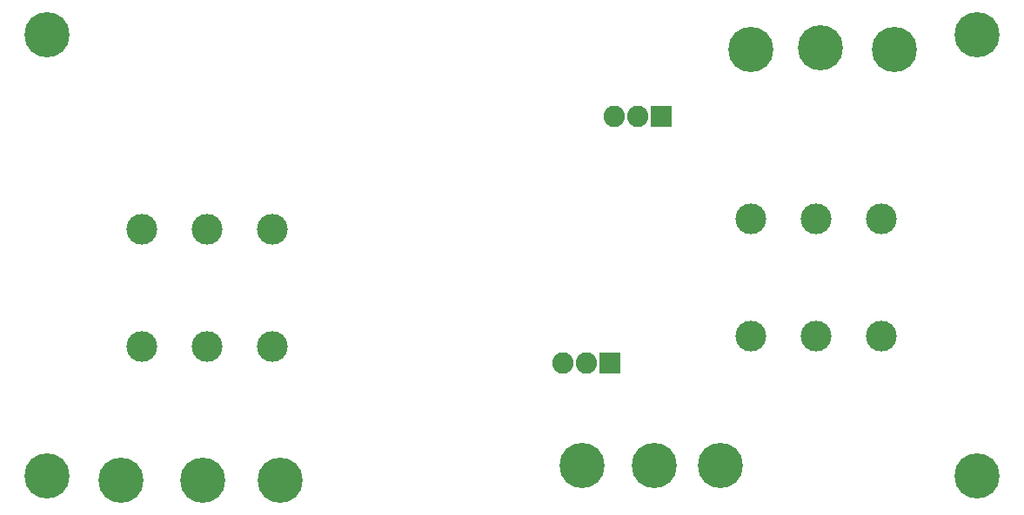
<source format=gbs>
%TF.GenerationSoftware,KiCad,Pcbnew,9.0.1*%
%TF.CreationDate,2025-05-12T16:26:17+02:00*%
%TF.ProjectId,Verst_rker,56657273-74e4-4726-9b65-722e6b696361,1*%
%TF.SameCoordinates,Original*%
%TF.FileFunction,Soldermask,Bot*%
%TF.FilePolarity,Negative*%
%FSLAX46Y46*%
G04 Gerber Fmt 4.6, Leading zero omitted, Abs format (unit mm)*
G04 Created by KiCad (PCBNEW 9.0.1) date 2025-05-12 16:26:17*
%MOMM*%
%LPD*%
G01*
G04 APERTURE LIST*
G04 Aperture macros list*
%AMRoundRect*
0 Rectangle with rounded corners*
0 $1 Rounding radius*
0 $2 $3 $4 $5 $6 $7 $8 $9 X,Y pos of 4 corners*
0 Add a 4 corners polygon primitive as box body*
4,1,4,$2,$3,$4,$5,$6,$7,$8,$9,$2,$3,0*
0 Add four circle primitives for the rounded corners*
1,1,$1+$1,$2,$3*
1,1,$1+$1,$4,$5*
1,1,$1+$1,$6,$7*
1,1,$1+$1,$8,$9*
0 Add four rect primitives between the rounded corners*
20,1,$1+$1,$2,$3,$4,$5,0*
20,1,$1+$1,$4,$5,$6,$7,0*
20,1,$1+$1,$6,$7,$8,$9,0*
20,1,$1+$1,$8,$9,$2,$3,0*%
G04 Aperture macros list end*
%ADD10RoundRect,0.102000X0.937500X0.937500X-0.937500X0.937500X-0.937500X-0.937500X0.937500X-0.937500X0*%
%ADD11C,2.079000*%
%ADD12C,3.000000*%
%ADD13C,2.600000*%
%ADD14C,4.400000*%
G04 APERTURE END LIST*
D10*
X101290000Y-72000000D03*
D11*
X99000000Y-72000000D03*
X96710000Y-72000000D03*
D12*
X116350000Y-82000000D03*
X116350000Y-93430000D03*
X122700000Y-82000000D03*
X122700000Y-93430000D03*
X110000000Y-82000000D03*
X110000000Y-93430000D03*
D13*
X56675000Y-107448929D03*
D14*
X56675000Y-107448929D03*
D13*
X124000000Y-65500000D03*
D14*
X124000000Y-65500000D03*
D12*
X57100000Y-94430000D03*
X57100000Y-83000000D03*
X50750000Y-94430000D03*
X50750000Y-83000000D03*
X63450000Y-94430000D03*
X63450000Y-83000000D03*
D13*
X116775000Y-65275000D03*
D14*
X116775000Y-65275000D03*
D13*
X100580000Y-106000000D03*
D14*
X100580000Y-106000000D03*
D10*
X96290000Y-95995000D03*
D11*
X94000000Y-95995000D03*
X91710000Y-95995000D03*
D13*
X93580000Y-106000000D03*
D14*
X93580000Y-106000000D03*
D13*
X41500000Y-64000000D03*
D14*
X41500000Y-64000000D03*
D13*
X107000000Y-106000000D03*
D14*
X107000000Y-106000000D03*
D13*
X132000000Y-64000000D03*
D14*
X132000000Y-64000000D03*
D13*
X132000000Y-107000000D03*
D14*
X132000000Y-107000000D03*
D13*
X48675000Y-107448929D03*
D14*
X48675000Y-107448929D03*
D13*
X41500000Y-107000000D03*
D14*
X41500000Y-107000000D03*
D13*
X110000000Y-65500000D03*
D14*
X110000000Y-65500000D03*
D13*
X64175000Y-107448929D03*
D14*
X64175000Y-107448929D03*
M02*

</source>
